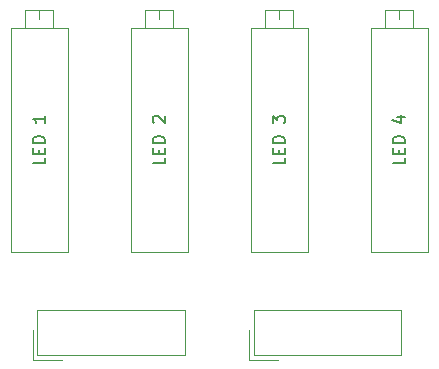
<source format=gbr>
G04 #@! TF.GenerationSoftware,KiCad,Pcbnew,(5.0.0)*
G04 #@! TF.CreationDate,2019-02-26T18:07:47+01:00*
G04 #@! TF.ProjectId,Potentiometer_mount_4LED,506F74656E74696F6D657465725F6D6F,rev?*
G04 #@! TF.SameCoordinates,Original*
G04 #@! TF.FileFunction,Other,Fab,Top*
%FSLAX46Y46*%
G04 Gerber Fmt 4.6, Leading zero omitted, Abs format (unit mm)*
G04 Created by KiCad (PCBNEW (5.0.0)) date 02/26/19 18:07:47*
%MOMM*%
%LPD*%
G01*
G04 APERTURE LIST*
%ADD10C,0.100000*%
%ADD11C,0.150000*%
G04 APERTURE END LIST*
D10*
G04 #@! TO.C,From Stimlator*
X122100000Y-77900000D02*
X122100000Y-81700000D01*
X122100000Y-81700000D02*
X134600000Y-81700000D01*
X134600000Y-81700000D02*
X134600000Y-77900000D01*
X134600000Y-77900000D02*
X122100000Y-77900000D01*
X121690000Y-79610000D02*
X121690000Y-82110000D01*
X121690000Y-82110000D02*
X124190000Y-82110000D01*
G04 #@! TO.C,To LED*
X139990000Y-82110000D02*
X142490000Y-82110000D01*
X139990000Y-79610000D02*
X139990000Y-82110000D01*
X152900000Y-77900000D02*
X140400000Y-77900000D01*
X152900000Y-81700000D02*
X152900000Y-77900000D01*
X140400000Y-81700000D02*
X152900000Y-81700000D01*
X140400000Y-77900000D02*
X140400000Y-81700000D01*
G04 #@! TO.C,LED 1*
X122270000Y-52480000D02*
X122270000Y-53240000D01*
X123450000Y-54000000D02*
X123450000Y-52480000D01*
X121090000Y-54000000D02*
X123450000Y-54000000D01*
X121090000Y-52480000D02*
X121090000Y-54000000D01*
X123450000Y-52480000D02*
X121090000Y-52480000D01*
X124670000Y-73000000D02*
X124670000Y-54000000D01*
X119870000Y-73000000D02*
X124670000Y-73000000D01*
X119870000Y-54000000D02*
X119870000Y-73000000D01*
X124670000Y-54000000D02*
X119870000Y-54000000D01*
G04 #@! TO.C,LED 2*
X134830000Y-54000000D02*
X130030000Y-54000000D01*
X130030000Y-54000000D02*
X130030000Y-73000000D01*
X130030000Y-73000000D02*
X134830000Y-73000000D01*
X134830000Y-73000000D02*
X134830000Y-54000000D01*
X133610000Y-52480000D02*
X131250000Y-52480000D01*
X131250000Y-52480000D02*
X131250000Y-54000000D01*
X131250000Y-54000000D02*
X133610000Y-54000000D01*
X133610000Y-54000000D02*
X133610000Y-52480000D01*
X132430000Y-52480000D02*
X132430000Y-53240000D01*
G04 #@! TO.C,LED 3*
X142590000Y-52480000D02*
X142590000Y-53240000D01*
X143770000Y-54000000D02*
X143770000Y-52480000D01*
X141410000Y-54000000D02*
X143770000Y-54000000D01*
X141410000Y-52480000D02*
X141410000Y-54000000D01*
X143770000Y-52480000D02*
X141410000Y-52480000D01*
X144990000Y-73000000D02*
X144990000Y-54000000D01*
X140190000Y-73000000D02*
X144990000Y-73000000D01*
X140190000Y-54000000D02*
X140190000Y-73000000D01*
X144990000Y-54000000D02*
X140190000Y-54000000D01*
G04 #@! TO.C,LED 4*
X155150000Y-54000000D02*
X150350000Y-54000000D01*
X150350000Y-54000000D02*
X150350000Y-73000000D01*
X150350000Y-73000000D02*
X155150000Y-73000000D01*
X155150000Y-73000000D02*
X155150000Y-54000000D01*
X153930000Y-52480000D02*
X151570000Y-52480000D01*
X151570000Y-52480000D02*
X151570000Y-54000000D01*
X151570000Y-54000000D02*
X153930000Y-54000000D01*
X153930000Y-54000000D02*
X153930000Y-52480000D01*
X152750000Y-52480000D02*
X152750000Y-53240000D01*
G04 #@! TD*
G04 #@! TO.C,From Stimlator*
D11*
G04 #@! TO.C,To LED*
G04 #@! TO.C,LED 1*
X122722380Y-65000000D02*
X122722380Y-65476190D01*
X121722380Y-65476190D01*
X122198571Y-64666666D02*
X122198571Y-64333333D01*
X122722380Y-64190476D02*
X122722380Y-64666666D01*
X121722380Y-64666666D01*
X121722380Y-64190476D01*
X122722380Y-63761904D02*
X121722380Y-63761904D01*
X121722380Y-63523809D01*
X121770000Y-63380952D01*
X121865238Y-63285714D01*
X121960476Y-63238095D01*
X122150952Y-63190476D01*
X122293809Y-63190476D01*
X122484285Y-63238095D01*
X122579523Y-63285714D01*
X122674761Y-63380952D01*
X122722380Y-63523809D01*
X122722380Y-63761904D01*
X122722380Y-61476190D02*
X122722380Y-62047619D01*
X122722380Y-61761904D02*
X121722380Y-61761904D01*
X121865238Y-61857142D01*
X121960476Y-61952380D01*
X122008095Y-62047619D01*
G04 #@! TO.C,LED 2*
X132882380Y-65000000D02*
X132882380Y-65476190D01*
X131882380Y-65476190D01*
X132358571Y-64666666D02*
X132358571Y-64333333D01*
X132882380Y-64190476D02*
X132882380Y-64666666D01*
X131882380Y-64666666D01*
X131882380Y-64190476D01*
X132882380Y-63761904D02*
X131882380Y-63761904D01*
X131882380Y-63523809D01*
X131930000Y-63380952D01*
X132025238Y-63285714D01*
X132120476Y-63238095D01*
X132310952Y-63190476D01*
X132453809Y-63190476D01*
X132644285Y-63238095D01*
X132739523Y-63285714D01*
X132834761Y-63380952D01*
X132882380Y-63523809D01*
X132882380Y-63761904D01*
X131977619Y-62047619D02*
X131930000Y-62000000D01*
X131882380Y-61904761D01*
X131882380Y-61666666D01*
X131930000Y-61571428D01*
X131977619Y-61523809D01*
X132072857Y-61476190D01*
X132168095Y-61476190D01*
X132310952Y-61523809D01*
X132882380Y-62095238D01*
X132882380Y-61476190D01*
G04 #@! TO.C,LED 3*
X143042380Y-65000000D02*
X143042380Y-65476190D01*
X142042380Y-65476190D01*
X142518571Y-64666666D02*
X142518571Y-64333333D01*
X143042380Y-64190476D02*
X143042380Y-64666666D01*
X142042380Y-64666666D01*
X142042380Y-64190476D01*
X143042380Y-63761904D02*
X142042380Y-63761904D01*
X142042380Y-63523809D01*
X142090000Y-63380952D01*
X142185238Y-63285714D01*
X142280476Y-63238095D01*
X142470952Y-63190476D01*
X142613809Y-63190476D01*
X142804285Y-63238095D01*
X142899523Y-63285714D01*
X142994761Y-63380952D01*
X143042380Y-63523809D01*
X143042380Y-63761904D01*
X142042380Y-62095238D02*
X142042380Y-61476190D01*
X142423333Y-61809523D01*
X142423333Y-61666666D01*
X142470952Y-61571428D01*
X142518571Y-61523809D01*
X142613809Y-61476190D01*
X142851904Y-61476190D01*
X142947142Y-61523809D01*
X142994761Y-61571428D01*
X143042380Y-61666666D01*
X143042380Y-61952380D01*
X142994761Y-62047619D01*
X142947142Y-62095238D01*
G04 #@! TO.C,LED 4*
X153202380Y-65000000D02*
X153202380Y-65476190D01*
X152202380Y-65476190D01*
X152678571Y-64666666D02*
X152678571Y-64333333D01*
X153202380Y-64190476D02*
X153202380Y-64666666D01*
X152202380Y-64666666D01*
X152202380Y-64190476D01*
X153202380Y-63761904D02*
X152202380Y-63761904D01*
X152202380Y-63523809D01*
X152250000Y-63380952D01*
X152345238Y-63285714D01*
X152440476Y-63238095D01*
X152630952Y-63190476D01*
X152773809Y-63190476D01*
X152964285Y-63238095D01*
X153059523Y-63285714D01*
X153154761Y-63380952D01*
X153202380Y-63523809D01*
X153202380Y-63761904D01*
X152535714Y-61571428D02*
X153202380Y-61571428D01*
X152154761Y-61809523D02*
X152869047Y-62047619D01*
X152869047Y-61428571D01*
G04 #@! TD*
M02*

</source>
